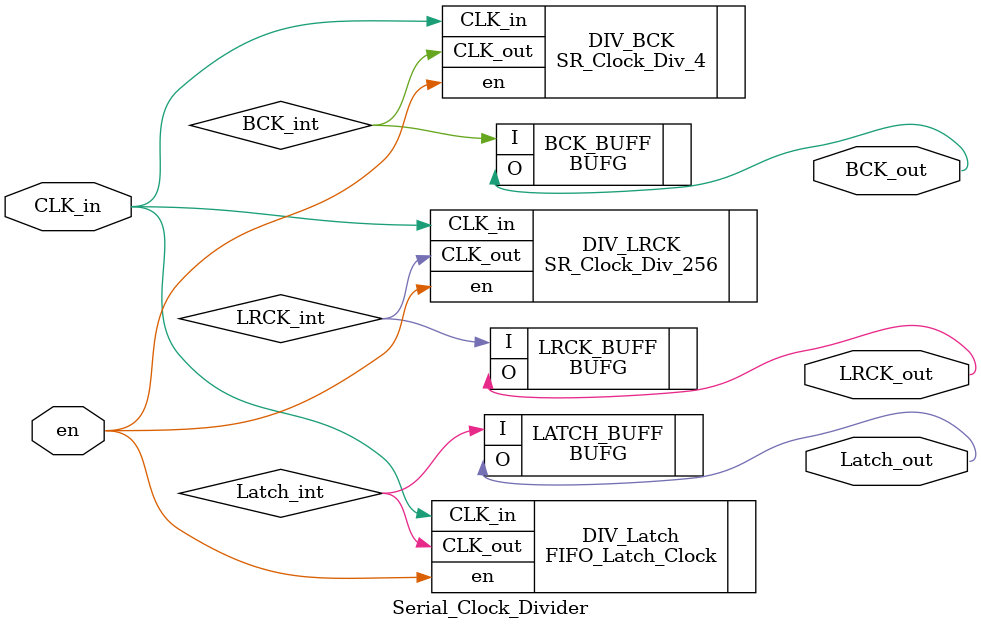
<source format=v>
`timescale 1ns / 1ps
`default_nettype none


module Serial_Clock_Divider(
    input wire CLK_in,
    input wire en,
    output wire LRCK_out,
    output wire BCK_out,
    output wire Latch_out
    );
    
    // Internal wires to feed Divider --> Global Buffer
    wire BCK_int;
    wire LRCK_int;
    wire Latch_int;
    
    // 2-bit Shift Register to Divide MCK into BCK ( % 4 )
    SR_Clock_Div_4 DIV_BCK(.CLK_in(CLK_in), .en(en), .CLK_out(BCK_int));
    // 126-bit Shift Register to Divide MCK into LRCK ( % 256 )
    SR_Clock_Div_256 DIV_LRCK(.CLK_in(CLK_in), .en(en), .CLK_out(LRCK_int));
    // Signal, 1 BCK high, for FIFO Latching
    FIFO_Latch_Clock DIV_Latch(.CLK_in(CLK_in), .en(en), .CLK_out(Latch_int));
    
    // Global Clock Buffers, so anyone can access these clocks in Synch..
    BUFG BCK_BUFF(.I(BCK_int), .O(BCK_out));
    BUFG LRCK_BUFF(.I(LRCK_int), .O(LRCK_out));
    BUFG LATCH_BUFF(.I(Latch_int), .O(Latch_out));
    
    
endmodule

</source>
